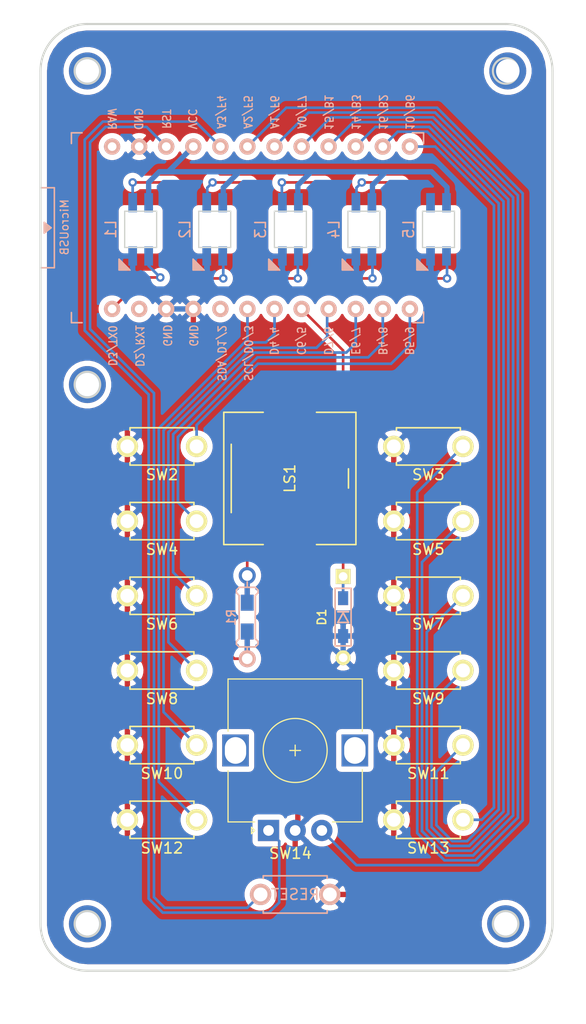
<source format=kicad_pcb>
(kicad_pcb (version 20171130) (host pcbnew 5.1.9)
  (layers (0 F.Cu signal) (31 B.Cu signal) (34 B.Paste user) (35 F.Paste user) (36 B.SilkS user) (37 F.SilkS user) (38 B.Mask user) (39 F.Mask user) (44 Edge.Cuts user))
  (net 0 "")
  (net 1 "Net-(D1-Pad1)")
  (net 2 GND)
  (net 3 LED)
  (net 4 "Net-(L1-Pad2)")
  (net 5 VCC)
  (net 6 "Net-(L2-Pad2)")
  (net 7 "Net-(L3-Pad2)")
  (net 8 "Net-(L4-Pad2)")
  (net 9 RST)
  (net 10 "Net-(SW4-Pad1)")
  (net 11 "Net-(SW5-Pad1)")
  (net 12 "Net-(SW6-Pad1)")
  (net 13 "Net-(SW7-Pad1)")
  (net 14 "Net-(SW8-Pad1)")
  (net 15 "Net-(SW9-Pad1)")
  (net 16 "Net-(SW10-Pad1)")
  (net 17 "Net-(SW11-Pad1)")
  (net 18 "Net-(SW12-Pad1)")
  (net 19 "Net-(SW13-Pad1)")
  (net 20 "Net-(SW14-PadB)")
  (net 21 "Net-(SW14-PadA)")
  (net 22 "Net-(L5-Pad2)")
  (net 23 "Net-(U1-Pad2)")
  (net 24 "Net-(U1-Pad5)")
  (net 25 "Net-(U1-Pad24)")
  (net 26 SPEAKER)
  (net 27 "Net-(SW2-Pad1)")
  (net 28 "Net-(SW3-Pad1)")
  (module swanmatch:M2hole (layer F.Cu) (at 162.249999 101.75)
    (fp_text reference J4 hide)
    (fp_text value Conn_01x01)
    (pad 1 thru_hole circle (at 0 0) (size 3.47 3.47) (drill 2.2) (layers *.Cu *.Mask))
  )
  (module swanmatch:M2hole (layer F.Cu) (at 122.999999 101.75)
    (fp_text reference J4 hide)
    (fp_text value Conn_01x01)
    (pad 1 thru_hole circle (at 0 0) (size 3.47 3.47) (drill 2.2) (layers *.Cu *.Mask))
  )
  (module swanmatch:M2hole (layer F.Cu) (at 162.449999 21.799999)
    (fp_text reference J4 hide)
    (fp_text value Conn_01x01)
    (pad 1 thru_hole circle (at 0 0) (size 3.47 3.47) (drill 2.2) (layers *.Cu *.Mask))
  )
  (module swanmatch:M2hole (layer F.Cu) (at 122.999999 21.799999)
    (fp_text reference J4 hide)
    (fp_text value Conn_01x01)
    (pad 1 thru_hole circle (at 0 0) (size 3.47 3.47) (drill 2.2) (layers *.Cu *.Mask))
  )
  (module swanmatch:M2hole (layer F.Cu) (at 122.999999 51.2)
    (fp_text reference J4 hide)
    (fp_text value Conn_01x01)
    (pad 1 thru_hole circle (at 0 0) (size 3.47 3.47) (drill 2.2) (layers *.Cu *.Mask))
  )
  (module swanmatch:D3_TH_SMD (layer F.Cu) (at 147 73 270)
    (fp_text reference D1 (at 0 2 90) (layer F.SilkS) (effects (font (size 0.8 0.8))))
    (fp_text value D hide)
    (pad 1 smd rect (at -1.775 0 270) (size 1.3 0.95) (layers F.Cu F.Paste F.Mask) (net 1 "Net-(D1-Pad1)"))
    (pad 2 smd rect (at 1.775 0 270) (size 1.3 0.95) (layers B.Cu B.Paste B.Mask) (net 2 GND))
    (pad 1 smd rect (at -1.775 0 270) (size 1.3 0.95) (layers B.Cu B.Paste B.Mask) (net 1 "Net-(D1-Pad1)"))
    (pad 1 thru_hole rect (at -3.81 0 270) (size 1.397 1.397) (drill 0.8128) (layers *.Cu *.Mask F.SilkS) (net 1 "Net-(D1-Pad1)"))
    (pad 2 thru_hole circle (at 3.81 0 270) (size 1.397 1.397) (drill 0.8128) (layers *.Cu *.Mask F.SilkS) (net 2 GND))
    (pad 2 smd rect (at 1.775 0 270) (size 1.3 0.95) (layers F.Cu F.Paste F.Mask) (net 2 GND))
  )
  (module swanmatch:PKLCS1212E4001_HandSoldering (layer F.Cu) (at 142 60 270)
    (fp_text reference LS1 (at 0 0 90) (layer F.SilkS))
    (fp_text value Speaker)
    (pad 2 smd rect (at -6.1 0 270) (size 2.2 4) (layers F.Cu F.Paste F.Mask) (net 2 GND))
    (pad 1 smd rect (at 6.1 0 270) (size 2.2 4) (layers F.Cu F.Paste F.Mask) (net 1 "Net-(D1-Pad1)"))
  )
  (module keebio:Resistor-Hybrid (layer B.Cu) (at 138 73 90)
    (fp_text reference R1 (at -0.0254 -1.5 90) (layer B.SilkS) (effects (font (size 0.8 0.8)) (justify mirror)))
    (fp_text value R hide)
    (pad 2 smd rect (at -2.5 0 90) (size 2.9 0.5) (layers F.Cu) (net 26 SPEAKER))
    (pad 2 smd rect (at -1.35 0 90) (size 1.5 1.2) (layers F.Cu F.Paste F.Mask) (net 26 SPEAKER))
    (pad 1 smd rect (at 1.35 0 90) (size 1.5 1.2) (layers F.Cu F.Paste F.Mask) (net 1 "Net-(D1-Pad1)"))
    (pad 1 smd rect (at 2.5 0 90) (size 2.9 0.5) (layers F.Cu) (net 1 "Net-(D1-Pad1)"))
    (pad 1 smd rect (at 1.35 0 90) (size 1.5 1.2) (layers B.Cu B.Paste B.Mask) (net 1 "Net-(D1-Pad1)"))
    (pad 2 smd rect (at -1.35 0 90) (size 1.5 1.2) (layers B.Cu B.Paste B.Mask) (net 26 SPEAKER))
    (pad 2 thru_hole circle (at -3.9 0 90) (size 1.6 1.6) (drill 1) (layers *.Cu *.Mask B.SilkS) (net 26 SPEAKER))
    (pad 1 thru_hole circle (at 3.9 0 90) (size 1.6 1.6) (drill 1) (layers *.Cu *.Mask) (net 1 "Net-(D1-Pad1)"))
    (pad 2 smd rect (at -2.5 0 90) (size 2.9 0.5) (layers B.Cu) (net 26 SPEAKER))
    (pad 1 smd rect (at 2.5 0 90) (size 2.9 0.5) (layers B.Cu) (net 1 "Net-(D1-Pad1)"))
  )
  (module swanmatch:ResetSW_1side (layer B.Cu) (at 142.5 99 180)
    (fp_text reference SW1 hide)
    (fp_text value SW_PUSH)
    (fp_text user RESET (at 0 0) (layer B.SilkS) (effects (justify mirror)))
    (pad 1 thru_hole circle (at 3.25 0 180) (size 2 2) (drill 1.3) (layers *.Cu B.SilkS F.Mask) (net 9 RST))
    (pad 2 thru_hole circle (at -3.25 0 180) (size 2 2) (drill 1.3) (layers *.Cu B.SilkS F.Mask) (net 2 GND))
  )
  (module Rotary_Encoder:RotaryEncoder_Alps_EC12E_Vertical_H20mm (layer F.Cu) (at 140 93 90)
    (fp_text reference SW14 (at -2.15 2.05 180) (layer F.SilkS))
    (fp_text value Rotary_Encoder)
    (pad MP thru_hole rect (at 7.5 8.1 90) (size 3 2.5) (drill oval 2.5 2) (layers *.Cu *.Mask))
    (pad MP thru_hole rect (at 7.5 -3.1 90) (size 3 2.5) (drill oval 2.5 2) (layers *.Cu *.Mask))
    (pad B thru_hole circle (at 0 5 90) (size 2 2) (drill 1) (layers *.Cu *.Mask) (net 20 "Net-(SW14-PadB)"))
    (pad C thru_hole circle (at 0 2.5 90) (size 2 2) (drill 1) (layers *.Cu *.Mask) (net 2 GND))
    (pad A thru_hole rect (at 0 0 90) (size 2 2) (drill 1) (layers *.Cu *.Mask) (net 21 "Net-(SW14-PadA)"))
  )
  (module swanmatch:ProMicro_v3.5 (layer B.Cu) (at 139.8 36.5 270)
    (fp_text reference U1 hide)
    (fp_text value ProMicro hide)
    (fp_text user MicroUSB (at -0.05 18.95 90) (layer B.SilkS) (effects (font (size 0.75 0.75) (thickness 0.12)) (justify mirror)))
    (fp_text user B4/8 (at 10.605 -10.9 270 unlocked) (layer B.SilkS) (effects (font (size 0.75 0.67) (thickness 0.125)) (justify mirror)))
    (fp_text user D2/RX1 (at 11.055 11.9 270 unlocked) (layer B.SilkS) (effects (font (size 0.75 0.67) (thickness 0.125)) (justify mirror)))
    (fp_text user B5/9 (at 10.605 -13.4 270 unlocked) (layer B.SilkS) (effects (font (size 0.75 0.67) (thickness 0.125)) (justify mirror)))
    (fp_text user C6/5 (at 10.605 -3.25 270 unlocked) (layer B.SilkS) (effects (font (size 0.75 0.67) (thickness 0.125)) (justify mirror)))
    (fp_text user SCL/D0/3 (at 11.755 1.7 270 unlocked) (layer B.SilkS) (effects (font (size 0.75 0.67) (thickness 0.125)) (justify mirror)))
    (fp_text user SDA/D1/2 (at 11.755 4.2 270 unlocked) (layer B.SilkS) (effects (font (size 0.75 0.67) (thickness 0.125)) (justify mirror)))
    (fp_text user D4/4 (at 10.605 -0.7 270 unlocked) (layer B.SilkS) (effects (font (size 0.75 0.67) (thickness 0.125)) (justify mirror)))
    (fp_text user D3/TX0 (at 11.055 14.45 270 unlocked) (layer B.SilkS) (effects (font (size 0.75 0.67) (thickness 0.125)) (justify mirror)))
    (fp_text user GND (at 10.105 6.85 270 unlocked) (layer B.SilkS) (effects (font (size 0.75 0.67) (thickness 0.125)) (justify mirror)))
    (fp_text user GND (at 10.105 9.3 270 unlocked) (layer B.SilkS) (effects (font (size 0.75 0.67) (thickness 0.125)) (justify mirror)))
    (fp_text user D7/6 (at 10.605 -5.8 270 unlocked) (layer B.SilkS) (effects (font (size 0.75 0.67) (thickness 0.125)) (justify mirror)))
    (fp_text user E6/7 (at 10.605 -8.35 270 unlocked) (layer B.SilkS) (effects (font (size 0.75 0.67) (thickness 0.125)) (justify mirror)))
    (fp_text user 16/B2 (at -10.845 -10.95 270 unlocked) (layer B.SilkS) (effects (font (size 0.75 0.67) (thickness 0.125)) (justify mirror)))
    (fp_text user 10/B6 (at -10.845 -13.45 270 unlocked) (layer B.SilkS) (effects (font (size 0.75 0.67) (thickness 0.125)) (justify mirror)))
    (fp_text user 14/B3 (at -10.845 -8.4 270 unlocked) (layer B.SilkS) (effects (font (size 0.75 0.67) (thickness 0.125)) (justify mirror)))
    (fp_text user 15/B1 (at -10.845 -5.85 270 unlocked) (layer B.SilkS) (effects (font (size 0.75 0.67) (thickness 0.125)) (justify mirror)))
    (fp_text user A0/F7 (at -10.845 -3.3 270 unlocked) (layer B.SilkS) (effects (font (size 0.75 0.67) (thickness 0.125)) (justify mirror)))
    (fp_text user A1/F6 (at -10.845 -0.75 270 unlocked) (layer B.SilkS) (effects (font (size 0.75 0.67) (thickness 0.125)) (justify mirror)))
    (fp_text user A2/F5 (at -10.845 1.75 270 unlocked) (layer B.SilkS) (effects (font (size 0.75 0.67) (thickness 0.125)) (justify mirror)))
    (fp_text user A3/F4 (at -10.845 4.25 270 unlocked) (layer B.SilkS) (effects (font (size 0.75 0.67) (thickness 0.125)) (justify mirror)))
    (fp_text user VCC (at -10.195 6.95 270 unlocked) (layer B.SilkS) (effects (font (size 0.75 0.67) (thickness 0.125)) (justify mirror)))
    (fp_text user RST (at -10.195 9.4 270 unlocked) (layer B.SilkS) (effects (font (size 0.75 0.67) (thickness 0.125)) (justify mirror)))
    (fp_text user GND (at -10.195 11.95 90 unlocked) (layer B.SilkS) (effects (font (size 0.75 0.67) (thickness 0.125)) (justify mirror)))
    (fp_text user RAW (at -10.195 14.5 270 unlocked) (layer B.SilkS) (effects (font (size 0.75 0.67) (thickness 0.125)) (justify mirror)))
    (fp_text user "" (at -0.545 17.4 90) (layer B.SilkS) (effects (justify mirror)))
    (fp_text user "" (at -1.2515 16.256 90) (layer F.SilkS))
    (pad 1 thru_hole circle (at 7.6114 14.478 270) (size 1.524 1.524) (drill 0.8128) (layers *.Cu B.SilkS F.Mask) (net 3 LED))
    (pad 2 thru_hole circle (at 7.6114 11.938 270) (size 1.524 1.524) (drill 0.8128) (layers *.Cu B.SilkS F.Mask) (net 23 "Net-(U1-Pad2)"))
    (pad 3 thru_hole circle (at 7.6114 9.398 270) (size 1.524 1.524) (drill 0.8128) (layers *.Cu B.SilkS F.Mask) (net 2 GND))
    (pad 4 thru_hole circle (at 7.6114 6.858 270) (size 1.524 1.524) (drill 0.8128) (layers *.Cu B.SilkS F.Mask) (net 2 GND))
    (pad 5 thru_hole circle (at 7.6114 4.318 270) (size 1.524 1.524) (drill 0.8128) (layers *.Cu B.SilkS F.Mask) (net 24 "Net-(U1-Pad5)"))
    (pad 6 thru_hole circle (at 7.6114 1.778 270) (size 1.524 1.524) (drill 0.8128) (layers *.Cu B.SilkS F.Mask) (net 18 "Net-(SW12-Pad1)"))
    (pad 7 thru_hole circle (at 7.6114 -0.762 270) (size 1.524 1.524) (drill 0.8128) (layers *.Cu B.SilkS F.Mask) (net 16 "Net-(SW10-Pad1)"))
    (pad 8 thru_hole circle (at 7.6114 -3.302 270) (size 1.524 1.524) (drill 0.8128) (layers *.Cu B.SilkS F.Mask) (net 26 SPEAKER))
    (pad 9 thru_hole circle (at 7.6114 -5.842 270) (size 1.524 1.524) (drill 0.8128) (layers *.Cu B.SilkS F.Mask) (net 14 "Net-(SW8-Pad1)"))
    (pad 10 thru_hole circle (at 7.6114 -8.382 270) (size 1.524 1.524) (drill 0.8128) (layers *.Cu B.SilkS F.Mask) (net 12 "Net-(SW6-Pad1)"))
    (pad 11 thru_hole circle (at 7.6114 -10.922 270) (size 1.524 1.524) (drill 0.8128) (layers *.Cu B.SilkS F.Mask) (net 10 "Net-(SW4-Pad1)"))
    (pad 12 thru_hole circle (at 7.6114 -13.462 270) (size 1.524 1.524) (drill 0.8128) (layers *.Cu B.SilkS F.Mask) (net 27 "Net-(SW2-Pad1)"))
    (pad 13 thru_hole circle (at -7.6086 -13.462 270) (size 1.524 1.524) (drill 0.8128) (layers *.Cu B.SilkS F.Mask) (net 19 "Net-(SW13-Pad1)"))
    (pad 14 thru_hole circle (at -7.6086 -10.922 270) (size 1.524 1.524) (drill 0.8128) (layers *.Cu B.SilkS F.Mask) (net 17 "Net-(SW11-Pad1)"))
    (pad 15 thru_hole circle (at -7.6086 -8.382 270) (size 1.524 1.524) (drill 0.8128) (layers *.Cu B.SilkS F.Mask) (net 15 "Net-(SW9-Pad1)"))
    (pad 16 thru_hole circle (at -7.6086 -5.842 270) (size 1.524 1.524) (drill 0.8128) (layers *.Cu B.SilkS F.Mask) (net 13 "Net-(SW7-Pad1)"))
    (pad 17 thru_hole circle (at -7.6086 -3.302 270) (size 1.524 1.524) (drill 0.8128) (layers *.Cu B.SilkS F.Mask) (net 11 "Net-(SW5-Pad1)"))
    (pad 18 thru_hole circle (at -7.6086 -0.762 270) (size 1.524 1.524) (drill 0.8128) (layers *.Cu B.SilkS F.Mask) (net 28 "Net-(SW3-Pad1)"))
    (pad 19 thru_hole circle (at -7.6086 1.778 270) (size 1.524 1.524) (drill 0.8128) (layers *.Cu B.SilkS F.Mask) (net 20 "Net-(SW14-PadB)"))
    (pad 20 thru_hole circle (at -7.6086 4.318 270) (size 1.524 1.524) (drill 0.8128) (layers *.Cu B.SilkS F.Mask) (net 21 "Net-(SW14-PadA)"))
    (pad 21 thru_hole circle (at -7.6086 6.858 270) (size 1.524 1.524) (drill 0.8128) (layers *.Cu B.SilkS F.Mask) (net 5 VCC))
    (pad 22 thru_hole circle (at -7.6086 9.398 270) (size 1.524 1.524) (drill 0.8128) (layers *.Cu B.SilkS F.Mask) (net 9 RST))
    (pad 23 thru_hole circle (at -7.6086 11.938 270) (size 1.524 1.524) (drill 0.8128) (layers *.Cu B.SilkS F.Mask) (net 2 GND))
    (pad 24 thru_hole circle (at -7.6086 14.478 270) (size 1.524 1.524) (drill 0.8128) (layers *.Cu B.SilkS F.Mask) (net 25 "Net-(U1-Pad24)"))
  )
  (module mikamo3:TactSwitch_1side (layer F.Cu) (at 130 57)
    (fp_text reference SW2 (at 0 2.65) (layer F.SilkS))
    (fp_text value SW_PUSH)
    (pad 1 thru_hole circle (at 3.25 0) (size 2 2) (drill 1.3) (layers *.Cu F.SilkS B.Mask) (net 27 "Net-(SW2-Pad1)"))
    (pad 2 thru_hole circle (at -3.25 0) (size 2 2) (drill 1.3) (layers *.Cu F.SilkS B.Mask) (net 2 GND))
  )
  (module mikamo3:TactSwitch_1side (layer F.Cu) (at 155 57)
    (fp_text reference SW3 (at 0 2.65) (layer F.SilkS))
    (fp_text value SW_PUSH)
    (pad 2 thru_hole circle (at -3.25 0) (size 2 2) (drill 1.3) (layers *.Cu F.SilkS B.Mask) (net 2 GND))
    (pad 1 thru_hole circle (at 3.25 0) (size 2 2) (drill 1.3) (layers *.Cu F.SilkS B.Mask) (net 28 "Net-(SW3-Pad1)"))
  )
  (module mikamo3:TactSwitch_1side (layer F.Cu) (at 130 64)
    (fp_text reference SW4 (at 0 2.65) (layer F.SilkS))
    (fp_text value SW_PUSH)
    (pad 1 thru_hole circle (at 3.25 0) (size 2 2) (drill 1.3) (layers *.Cu F.SilkS B.Mask) (net 10 "Net-(SW4-Pad1)"))
    (pad 2 thru_hole circle (at -3.25 0) (size 2 2) (drill 1.3) (layers *.Cu F.SilkS B.Mask) (net 2 GND))
  )
  (module mikamo3:TactSwitch_1side (layer F.Cu) (at 155 64)
    (fp_text reference SW5 (at 0 2.65) (layer F.SilkS))
    (fp_text value SW_PUSH)
    (pad 2 thru_hole circle (at -3.25 0) (size 2 2) (drill 1.3) (layers *.Cu F.SilkS B.Mask) (net 2 GND))
    (pad 1 thru_hole circle (at 3.25 0) (size 2 2) (drill 1.3) (layers *.Cu F.SilkS B.Mask) (net 11 "Net-(SW5-Pad1)"))
  )
  (module mikamo3:TactSwitch_1side (layer F.Cu) (at 130 71)
    (fp_text reference SW6 (at 0 2.65) (layer F.SilkS))
    (fp_text value SW_PUSH)
    (pad 1 thru_hole circle (at 3.25 0) (size 2 2) (drill 1.3) (layers *.Cu F.SilkS B.Mask) (net 12 "Net-(SW6-Pad1)"))
    (pad 2 thru_hole circle (at -3.25 0) (size 2 2) (drill 1.3) (layers *.Cu F.SilkS B.Mask) (net 2 GND))
  )
  (module mikamo3:TactSwitch_1side (layer F.Cu) (at 155 71)
    (fp_text reference SW7 (at 0 2.65) (layer F.SilkS))
    (fp_text value SW_PUSH)
    (pad 2 thru_hole circle (at -3.25 0) (size 2 2) (drill 1.3) (layers *.Cu F.SilkS B.Mask) (net 2 GND))
    (pad 1 thru_hole circle (at 3.25 0) (size 2 2) (drill 1.3) (layers *.Cu F.SilkS B.Mask) (net 13 "Net-(SW7-Pad1)"))
  )
  (module mikamo3:TactSwitch_1side (layer F.Cu) (at 130 78)
    (fp_text reference SW8 (at 0 2.65) (layer F.SilkS))
    (fp_text value SW_PUSH)
    (pad 1 thru_hole circle (at 3.25 0) (size 2 2) (drill 1.3) (layers *.Cu F.SilkS B.Mask) (net 14 "Net-(SW8-Pad1)"))
    (pad 2 thru_hole circle (at -3.25 0) (size 2 2) (drill 1.3) (layers *.Cu F.SilkS B.Mask) (net 2 GND))
  )
  (module mikamo3:TactSwitch_1side (layer F.Cu) (at 155 78)
    (fp_text reference SW9 (at 0 2.65) (layer F.SilkS))
    (fp_text value SW_PUSH)
    (pad 2 thru_hole circle (at -3.25 0) (size 2 2) (drill 1.3) (layers *.Cu F.SilkS B.Mask) (net 2 GND))
    (pad 1 thru_hole circle (at 3.25 0) (size 2 2) (drill 1.3) (layers *.Cu F.SilkS B.Mask) (net 15 "Net-(SW9-Pad1)"))
  )
  (module mikamo3:TactSwitch_1side (layer F.Cu) (at 130 85)
    (fp_text reference SW10 (at 0 2.65) (layer F.SilkS))
    (fp_text value SW_PUSH)
    (pad 1 thru_hole circle (at 3.25 0) (size 2 2) (drill 1.3) (layers *.Cu F.SilkS B.Mask) (net 16 "Net-(SW10-Pad1)"))
    (pad 2 thru_hole circle (at -3.25 0) (size 2 2) (drill 1.3) (layers *.Cu F.SilkS B.Mask) (net 2 GND))
  )
  (module mikamo3:TactSwitch_1side (layer F.Cu) (at 155 85)
    (fp_text reference SW11 (at 0 2.65) (layer F.SilkS))
    (fp_text value SW_PUSH)
    (pad 2 thru_hole circle (at -3.25 0) (size 2 2) (drill 1.3) (layers *.Cu F.SilkS B.Mask) (net 2 GND))
    (pad 1 thru_hole circle (at 3.25 0) (size 2 2) (drill 1.3) (layers *.Cu F.SilkS B.Mask) (net 17 "Net-(SW11-Pad1)"))
  )
  (module mikamo3:TactSwitch_1side (layer F.Cu) (at 130 92)
    (fp_text reference SW12 (at 0 2.65) (layer F.SilkS))
    (fp_text value SW_PUSH)
    (pad 1 thru_hole circle (at 3.25 0) (size 2 2) (drill 1.3) (layers *.Cu F.SilkS B.Mask) (net 18 "Net-(SW12-Pad1)"))
    (pad 2 thru_hole circle (at -3.25 0) (size 2 2) (drill 1.3) (layers *.Cu F.SilkS B.Mask) (net 2 GND))
  )
  (module mikamo3:TactSwitch_1side (layer F.Cu) (at 155 92)
    (fp_text reference SW13 (at 0 2.65) (layer F.SilkS))
    (fp_text value SW_PUSH)
    (pad 2 thru_hole circle (at -3.25 0) (size 2 2) (drill 1.3) (layers *.Cu F.SilkS B.Mask) (net 2 GND))
    (pad 1 thru_hole circle (at 3.25 0) (size 2 2) (drill 1.3) (layers *.Cu F.SilkS B.Mask) (net 19 "Net-(SW13-Pad1)"))
  )
  (module swanmatch:YS-SK6812MINI-E (layer B.Cu) (at 127.999999 36.65 90)
    (fp_text reference L1 (at 0 -2.8 270) (layer B.SilkS) (effects (justify mirror)))
    (fp_text value SK6812MINI-E)
    (fp_line (start -1.7 1.5) (end -1.7 -1.5) (layer Edge.Cuts) (width 0.12))
    (fp_line (start -1.7 -1.5) (end 1.7 -1.5) (layer Edge.Cuts) (width 0.12))
    (fp_line (start 1.7 -1.5) (end 1.7 1.5) (layer Edge.Cuts) (width 0.12))
    (fp_line (start 1.7 1.5) (end -1.7 1.5) (layer Edge.Cuts) (width 0.12))
    (pad 4 smd rect (at -2.5 0.75 90) (size 1.8 0.82) (layers B.Cu B.Paste B.Mask) (net 3 LED))
    (pad 3 smd rect (at -2.5 -0.75 90) (size 1.8 0.82) (layers B.Cu B.Paste B.Mask) (net 2 GND))
    (pad 2 smd rect (at 2.5 -0.75 90) (size 1.8 0.82) (layers B.Cu B.Paste B.Mask) (net 4 "Net-(L1-Pad2)"))
    (pad 1 smd rect (at 2.5 0.75 90) (size 1.8 0.82) (layers B.Cu B.Paste B.Mask) (net 5 VCC))
  )
  (module swanmatch:YS-SK6812MINI-E (layer B.Cu) (at 134.949999 36.65 90)
    (fp_text reference L2 (at 0 -2.8 270) (layer B.SilkS) (effects (justify mirror)))
    (fp_text value SK6812MINI-E)
    (fp_line (start 1.7 1.5) (end -1.7 1.5) (layer Edge.Cuts) (width 0.12))
    (fp_line (start 1.7 -1.5) (end 1.7 1.5) (layer Edge.Cuts) (width 0.12))
    (fp_line (start -1.7 -1.5) (end 1.7 -1.5) (layer Edge.Cuts) (width 0.12))
    (fp_line (start -1.7 1.5) (end -1.7 -1.5) (layer Edge.Cuts) (width 0.12))
    (pad 1 smd rect (at 2.5 0.75 90) (size 1.8 0.82) (layers B.Cu B.Paste B.Mask) (net 5 VCC))
    (pad 2 smd rect (at 2.5 -0.75 90) (size 1.8 0.82) (layers B.Cu B.Paste B.Mask) (net 6 "Net-(L2-Pad2)"))
    (pad 3 smd rect (at -2.5 -0.75 90) (size 1.8 0.82) (layers B.Cu B.Paste B.Mask) (net 2 GND))
    (pad 4 smd rect (at -2.5 0.75 90) (size 1.8 0.82) (layers B.Cu B.Paste B.Mask) (net 4 "Net-(L1-Pad2)"))
  )
  (module swanmatch:YS-SK6812MINI-E (layer B.Cu) (at 142.049999 36.65 90)
    (fp_text reference L3 (at 0 -2.8 90) (layer B.SilkS) (effects (justify mirror)))
    (fp_text value SK6812MINI-E)
    (fp_line (start -1.7 1.5) (end -1.7 -1.5) (layer Edge.Cuts) (width 0.12))
    (fp_line (start -1.7 -1.5) (end 1.7 -1.5) (layer Edge.Cuts) (width 0.12))
    (fp_line (start 1.7 -1.5) (end 1.7 1.5) (layer Edge.Cuts) (width 0.12))
    (fp_line (start 1.7 1.5) (end -1.7 1.5) (layer Edge.Cuts) (width 0.12))
    (pad 4 smd rect (at -2.5 0.75 90) (size 1.8 0.82) (layers B.Cu B.Paste B.Mask) (net 6 "Net-(L2-Pad2)"))
    (pad 3 smd rect (at -2.5 -0.75 90) (size 1.8 0.82) (layers B.Cu B.Paste B.Mask) (net 2 GND))
    (pad 2 smd rect (at 2.5 -0.75 90) (size 1.8 0.82) (layers B.Cu B.Paste B.Mask) (net 7 "Net-(L3-Pad2)"))
    (pad 1 smd rect (at 2.5 0.75 90) (size 1.8 0.82) (layers B.Cu B.Paste B.Mask) (net 5 VCC))
  )
  (module swanmatch:YS-SK6812MINI-E (layer B.Cu) (at 148.949999 36.65 90)
    (fp_text reference L4 (at 0 -2.8 90) (layer B.SilkS) (effects (justify mirror)))
    (fp_text value SK6812MINI-E)
    (fp_line (start -1.7 1.5) (end -1.7 -1.5) (layer Edge.Cuts) (width 0.12))
    (fp_line (start -1.7 -1.5) (end 1.7 -1.5) (layer Edge.Cuts) (width 0.12))
    (fp_line (start 1.7 -1.5) (end 1.7 1.5) (layer Edge.Cuts) (width 0.12))
    (fp_line (start 1.7 1.5) (end -1.7 1.5) (layer Edge.Cuts) (width 0.12))
    (pad 4 smd rect (at -2.5 0.75 90) (size 1.8 0.82) (layers B.Cu B.Paste B.Mask) (net 7 "Net-(L3-Pad2)"))
    (pad 3 smd rect (at -2.5 -0.75 90) (size 1.8 0.82) (layers B.Cu B.Paste B.Mask) (net 2 GND))
    (pad 2 smd rect (at 2.5 -0.75 90) (size 1.8 0.82) (layers B.Cu B.Paste B.Mask) (net 8 "Net-(L4-Pad2)"))
    (pad 1 smd rect (at 2.5 0.75 90) (size 1.8 0.82) (layers B.Cu B.Paste B.Mask) (net 5 VCC))
  )
  (module swanmatch:YS-SK6812MINI-E (layer B.Cu) (at 155.949999 36.65 90)
    (fp_text reference L5 (at 0 -2.8 90) (layer B.SilkS) (effects (justify mirror)))
    (fp_text value SK6812MINI-E)
    (fp_line (start 1.7 1.5) (end -1.7 1.5) (layer Edge.Cuts) (width 0.12))
    (fp_line (start 1.7 -1.5) (end 1.7 1.5) (layer Edge.Cuts) (width 0.12))
    (fp_line (start -1.7 -1.5) (end 1.7 -1.5) (layer Edge.Cuts) (width 0.12))
    (fp_line (start -1.7 1.5) (end -1.7 -1.5) (layer Edge.Cuts) (width 0.12))
    (pad 1 smd rect (at 2.5 0.75 90) (size 1.8 0.82) (layers B.Cu B.Paste B.Mask) (net 5 VCC))
    (pad 2 smd rect (at 2.5 -0.75 90) (size 1.8 0.82) (layers B.Cu B.Paste B.Mask) (net 22 "Net-(L5-Pad2)"))
    (pad 3 smd rect (at -2.5 -0.75 90) (size 1.8 0.82) (layers B.Cu B.Paste B.Mask) (net 2 GND))
    (pad 4 smd rect (at -2.5 0.75 90) (size 1.8 0.82) (layers B.Cu B.Paste B.Mask) (net 8 "Net-(L4-Pad2)"))
  )
  (gr_circle (center 162.249999 21.8) (end 163.449999 21.8) (layer Edge.Cuts) (width 0.2))
  (gr_circle (center 122.999999 21.799999) (end 124.199999 21.799999) (layer Edge.Cuts) (width 0.2))
  (gr_circle (center 123 51.2) (end 124.2 51.2) (layer Edge.Cuts) (width 0.2))
  (gr_circle (center 123 101.75) (end 124.2 101.75) (layer Edge.Cuts) (width 0.2))
  (gr_circle (center 162.249999 101.75) (end 163.449999 101.75) (layer Edge.Cuts) (width 0.2))
  (gr_line (start 118.6 101.75) (end 118.6 21.799999) (layer Edge.Cuts) (width 0.2))
  (gr_arc (start 122.999999 101.75) (end 118.6 101.75) (angle -90) (layer Edge.Cuts) (width 0.2))
  (gr_line (start 162.25 106.15) (end 123 106.15) (layer Edge.Cuts) (width 0.2))
  (gr_arc (start 162.25 101.75) (end 162.25 106.15) (angle -90) (layer Edge.Cuts) (width 0.2))
  (gr_line (start 166.65 21.8) (end 166.649999 101.75) (layer Edge.Cuts) (width 0.2))
  (gr_arc (start 162.25 21.8) (end 166.65 21.8) (angle -90) (layer Edge.Cuts) (width 0.2))
  (gr_line (start 123 17.4) (end 162.25 17.4) (layer Edge.Cuts) (width 0.2))
  (gr_arc (start 122.999999 21.799999) (end 123 17.4) (angle -90) (layer Edge.Cuts) (width 0.2))
  (segment (start 147 71.225) (end 147 69.19) (width 0.25) (layer F.Cu) (net 1))
  (segment (start 147 71.225) (end 147 69.19) (width 0.25) (layer B.Cu) (net 1))
  (segment (start 147 67.000001) (end 147 69.19) (width 0.25) (layer F.Cu) (net 1))
  (segment (start 146.099999 66.1) (end 147 67.000001) (width 0.25) (layer F.Cu) (net 1))
  (segment (start 142 66.1) (end 146.099999 66.1) (width 0.25) (layer F.Cu) (net 1))
  (segment (start 138.899999 66.1) (end 138 66.999999) (width 0.25) (layer F.Cu) (net 1))
  (segment (start 142 66.1) (end 138.899999 66.1) (width 0.25) (layer F.Cu) (net 1))
  (segment (start 138 66.999999) (end 138 69.1) (width 0.25) (layer F.Cu) (net 1))
  (segment (start 148.25 40.749999) (end 146.749999 42.25) (width 0.5) (layer B.Cu) (net 2))
  (segment (start 148.25 39.15) (end 148.25 40.749999) (width 0.5) (layer B.Cu) (net 2))
  (segment (start 141.25 40.749999) (end 139.749999 42.25) (width 0.5) (layer B.Cu) (net 2))
  (segment (start 141.25 39.15) (end 141.25 40.749999) (width 0.5) (layer B.Cu) (net 2))
  (segment (start 139.749999 42.25) (end 146.749999 42.25) (width 0.5) (layer B.Cu) (net 2))
  (segment (start 134.25 41.249999) (end 133.249999 42.25) (width 0.5) (layer B.Cu) (net 2))
  (segment (start 134.25 39.15) (end 134.25 41.249999) (width 0.5) (layer B.Cu) (net 2))
  (segment (start 133.249999 42.25) (end 139.749999 42.25) (width 0.5) (layer B.Cu) (net 2))
  (segment (start 132.942 44.1114) (end 130.402 44.1114) (width 0.5) (layer B.Cu) (net 2))
  (segment (start 132.942 51.442001) (end 132.942 44.1114) (width 0.5) (layer F.Cu) (net 2))
  (segment (start 135.399999 53.9) (end 132.942 51.442001) (width 0.5) (layer F.Cu) (net 2))
  (segment (start 142 53.9) (end 135.399999 53.9) (width 0.5) (layer F.Cu) (net 2))
  (segment (start 126.75 57) (end 126.75 64) (width 0.5) (layer F.Cu) (net 2))
  (segment (start 126.75 64) (end 126.75 92) (width 0.5) (layer F.Cu) (net 2))
  (segment (start 151.75 92) (end 151.75 57) (width 0.5) (layer F.Cu) (net 2))
  (segment (start 142.5 95.75) (end 145.75 99) (width 0.5) (layer F.Cu) (net 2))
  (segment (start 142.5 93) (end 142.5 95.75) (width 0.5) (layer F.Cu) (net 2))
  (segment (start 142.749999 92.750001) (end 142.5 93) (width 0.5) (layer F.Cu) (net 2))
  (segment (start 142.749999 81.060001) (end 142.749999 92.750001) (width 0.5) (layer F.Cu) (net 2))
  (segment (start 147 76.81) (end 142.749999 81.060001) (width 0.5) (layer F.Cu) (net 2))
  (segment (start 126.75 47.7634) (end 130.402 44.1114) (width 0.5) (layer F.Cu) (net 2))
  (segment (start 126.75 57) (end 126.75 47.7634) (width 0.5) (layer F.Cu) (net 2))
  (segment (start 125.249999 31.503401) (end 127.862 28.8914) (width 0.5) (layer B.Cu) (net 2))
  (segment (start 125.249999 38.55) (end 125.249999 31.503401) (width 0.5) (layer B.Cu) (net 2))
  (segment (start 125.849999 39.15) (end 125.249999 38.55) (width 0.5) (layer B.Cu) (net 2))
  (segment (start 127.25 39.15) (end 125.849999 39.15) (width 0.5) (layer B.Cu) (net 2))
  (segment (start 147 74.775) (end 147 76.81) (width 0.5) (layer B.Cu) (net 2))
  (segment (start 151.75 97.499999) (end 151.75 92) (width 0.5) (layer F.Cu) (net 2))
  (segment (start 150.249999 99) (end 151.75 97.499999) (width 0.5) (layer F.Cu) (net 2))
  (segment (start 145.75 99) (end 150.249999 99) (width 0.5) (layer F.Cu) (net 2))
  (segment (start 155.25 40.999999) (end 155.25 39.15) (width 0.5) (layer B.Cu) (net 2))
  (segment (start 153.999999 42.25) (end 155.25 40.999999) (width 0.5) (layer B.Cu) (net 2))
  (segment (start 146.749999 42.25) (end 153.999999 42.25) (width 0.5) (layer B.Cu) (net 2))
  (segment (start 128.249999 42.25) (end 133.249999 42.25) (width 0.5) (layer B.Cu) (net 2))
  (segment (start 127.25 41.250001) (end 128.249999 42.25) (width 0.5) (layer B.Cu) (net 2))
  (segment (start 127.25 39.15) (end 127.25 41.250001) (width 0.5) (layer B.Cu) (net 2))
  (segment (start 142.75 96) (end 145.75 99) (width 0.5) (layer F.Cu) (net 2))
  (segment (start 127.499999 96) (end 142.75 96) (width 0.5) (layer F.Cu) (net 2))
  (segment (start 126.75 95.250001) (end 127.499999 96) (width 0.5) (layer F.Cu) (net 2))
  (segment (start 126.75 92) (end 126.75 95.250001) (width 0.5) (layer F.Cu) (net 2))
  (via (at 129.84104 41.158959) (size 0.8) (drill 0.4) (layers F.Cu B.Cu) (net 3))
  (segment (start 128.75 40.067919) (end 129.84104 41.158959) (width 0.25) (layer B.Cu) (net 3))
  (segment (start 128.75 39.15) (end 128.75 40.067919) (width 0.25) (layer B.Cu) (net 3))
  (segment (start 128.274441 41.158959) (end 125.322 44.1114) (width 0.25) (layer F.Cu) (net 3))
  (segment (start 129.84104 41.158959) (end 128.274441 41.158959) (width 0.25) (layer F.Cu) (net 3))
  (via (at 127.249999 32.25) (size 0.8) (drill 0.4) (layers F.Cu B.Cu) (net 4))
  (segment (start 127.25 32.250001) (end 127.249999 32.25) (width 0.25) (layer B.Cu) (net 4))
  (segment (start 127.25 34.15) (end 127.25 32.250001) (width 0.25) (layer B.Cu) (net 4))
  (via (at 135.749999 41.25) (size 0.8) (drill 0.4) (layers F.Cu B.Cu) (net 4))
  (segment (start 135.749999 39.150001) (end 135.75 39.15) (width 0.25) (layer B.Cu) (net 4))
  (segment (start 135.749999 41.25) (end 135.749999 39.150001) (width 0.25) (layer B.Cu) (net 4))
  (segment (start 132.499999 41.25) (end 135.749999 41.25) (width 0.25) (layer F.Cu) (net 4))
  (segment (start 131.749999 40.5) (end 132.499999 41.25) (width 0.25) (layer F.Cu) (net 4))
  (segment (start 131.749999 33) (end 131.749999 40.5) (width 0.25) (layer F.Cu) (net 4))
  (segment (start 130.999999 32.25) (end 131.749999 33) (width 0.25) (layer F.Cu) (net 4))
  (segment (start 127.249999 32.25) (end 130.999999 32.25) (width 0.25) (layer F.Cu) (net 4))
  (segment (start 128.75 32.249999) (end 128.75 34.15) (width 0.5) (layer B.Cu) (net 5))
  (segment (start 129.749999 31.25) (end 128.75 32.249999) (width 0.5) (layer B.Cu) (net 5))
  (segment (start 156.75 32.705001) (end 155.294999 31.25) (width 0.5) (layer B.Cu) (net 5))
  (segment (start 156.75 34.15) (end 156.75 32.705001) (width 0.5) (layer B.Cu) (net 5))
  (segment (start 155.294999 31.25) (end 151.249999 31.25) (width 0.5) (layer B.Cu) (net 5))
  (segment (start 151.249999 31.25) (end 145.749999 31.25) (width 0.5) (layer B.Cu) (net 5))
  (segment (start 137.749999 31.25) (end 129.749999 31.25) (width 0.5) (layer B.Cu) (net 5))
  (segment (start 145.749999 31.25) (end 137.749999 31.25) (width 0.5) (layer B.Cu) (net 5))
  (segment (start 130.5834 31.25) (end 129.749999 31.25) (width 0.5) (layer B.Cu) (net 5))
  (segment (start 132.942 28.8914) (end 130.5834 31.25) (width 0.5) (layer B.Cu) (net 5))
  (segment (start 143.999999 31.25) (end 145.749999 31.25) (width 0.5) (layer B.Cu) (net 5))
  (segment (start 142.75 32.499999) (end 143.999999 31.25) (width 0.5) (layer B.Cu) (net 5))
  (segment (start 142.75 34.15) (end 142.75 32.499999) (width 0.5) (layer B.Cu) (net 5))
  (segment (start 150.999999 31.25) (end 151.249999 31.25) (width 0.5) (layer B.Cu) (net 5))
  (segment (start 149.75 32.499999) (end 150.999999 31.25) (width 0.5) (layer B.Cu) (net 5))
  (segment (start 149.75 34.15) (end 149.75 32.499999) (width 0.5) (layer B.Cu) (net 5))
  (segment (start 137.249999 31.25) (end 137.749999 31.25) (width 0.5) (layer B.Cu) (net 5))
  (segment (start 135.75 32.749999) (end 137.249999 31.25) (width 0.5) (layer B.Cu) (net 5))
  (segment (start 135.75 34.15) (end 135.75 32.749999) (width 0.5) (layer B.Cu) (net 5))
  (via (at 134.749999 32.25) (size 0.8) (drill 0.4) (layers F.Cu B.Cu) (net 6))
  (segment (start 134.25 32.749999) (end 134.749999 32.25) (width 0.25) (layer B.Cu) (net 6))
  (segment (start 134.25 34.15) (end 134.25 32.749999) (width 0.25) (layer B.Cu) (net 6))
  (via (at 142.749999 41.25) (size 0.8) (drill 0.4) (layers F.Cu B.Cu) (net 6))
  (segment (start 142.749999 39.150001) (end 142.75 39.15) (width 0.25) (layer B.Cu) (net 6))
  (segment (start 142.749999 41.25) (end 142.749999 39.150001) (width 0.25) (layer B.Cu) (net 6))
  (segment (start 139.749999 41.25) (end 142.749999 41.25) (width 0.25) (layer F.Cu) (net 6))
  (segment (start 138.999999 40.5) (end 139.749999 41.25) (width 0.25) (layer F.Cu) (net 6))
  (segment (start 138.999999 33) (end 138.999999 40.5) (width 0.25) (layer F.Cu) (net 6))
  (segment (start 138.249999 32.25) (end 138.999999 33) (width 0.25) (layer F.Cu) (net 6))
  (segment (start 134.749999 32.25) (end 138.249999 32.25) (width 0.25) (layer F.Cu) (net 6))
  (via (at 149.749999 41.25) (size 0.8) (drill 0.4) (layers F.Cu B.Cu) (net 7))
  (segment (start 149.749999 39.150001) (end 149.75 39.15) (width 0.25) (layer B.Cu) (net 7))
  (segment (start 149.749999 41.25) (end 149.749999 39.150001) (width 0.25) (layer B.Cu) (net 7))
  (segment (start 141.249999 32.815685) (end 141.249999 32.25) (width 0.25) (layer B.Cu) (net 7))
  (segment (start 141.25 34.15) (end 141.249999 32.815685) (width 0.25) (layer B.Cu) (net 7))
  (via (at 141.249999 32.25) (size 0.8) (drill 0.4) (layers F.Cu B.Cu) (net 7))
  (segment (start 145.999999 33) (end 145.249999 32.25) (width 0.25) (layer F.Cu) (net 7))
  (segment (start 145.999999 40.5) (end 145.999999 33) (width 0.25) (layer F.Cu) (net 7))
  (segment (start 145.249999 32.25) (end 141.249999 32.25) (width 0.25) (layer F.Cu) (net 7))
  (segment (start 146.749999 41.25) (end 145.999999 40.5) (width 0.25) (layer F.Cu) (net 7))
  (segment (start 149.749999 41.25) (end 146.749999 41.25) (width 0.25) (layer F.Cu) (net 7))
  (via (at 148.749999 32.25) (size 0.8) (drill 0.4) (layers F.Cu B.Cu) (net 8))
  (segment (start 148.25 32.749999) (end 148.749999 32.25) (width 0.25) (layer B.Cu) (net 8))
  (segment (start 148.25 34.15) (end 148.25 32.749999) (width 0.25) (layer B.Cu) (net 8))
  (segment (start 156.749999 40.684315) (end 156.749999 41.25) (width 0.25) (layer B.Cu) (net 8))
  (segment (start 156.75 39.15) (end 156.749999 40.684315) (width 0.25) (layer B.Cu) (net 8))
  (via (at 156.749999 41.25) (size 0.8) (drill 0.4) (layers F.Cu B.Cu) (net 8))
  (segment (start 153.999999 41.25) (end 156.749999 41.25) (width 0.25) (layer F.Cu) (net 8))
  (segment (start 153.249999 40.5) (end 153.999999 41.25) (width 0.25) (layer F.Cu) (net 8))
  (segment (start 153.249999 33) (end 153.249999 40.5) (width 0.25) (layer F.Cu) (net 8))
  (segment (start 152.499999 32.25) (end 153.249999 33) (width 0.25) (layer F.Cu) (net 8))
  (segment (start 148.749999 32.25) (end 152.499999 32.25) (width 0.25) (layer F.Cu) (net 8))
  (segment (start 128.5606 27.05) (end 130.402 28.8914) (width 0.25) (layer B.Cu) (net 9))
  (segment (start 123.249999 28.5) (end 124.699999 27.05) (width 0.25) (layer B.Cu) (net 9))
  (segment (start 129.249944 51.999945) (end 123.249999 46) (width 0.25) (layer B.Cu) (net 9))
  (segment (start 129.249944 63.181999) (end 129.249944 51.999945) (width 0.25) (layer B.Cu) (net 9))
  (segment (start 129.249999 63.182054) (end 129.249944 63.181999) (width 0.25) (layer B.Cu) (net 9))
  (segment (start 129.249999 99.25) (end 129.249999 63.182054) (width 0.25) (layer B.Cu) (net 9))
  (segment (start 124.699999 27.05) (end 128.5606 27.05) (width 0.25) (layer B.Cu) (net 9))
  (segment (start 130.249999 100.25) (end 129.249999 99.25) (width 0.25) (layer B.Cu) (net 9))
  (segment (start 123.249999 46) (end 123.249999 28.5) (width 0.25) (layer B.Cu) (net 9))
  (segment (start 139.25 99) (end 138 100.25) (width 0.25) (layer B.Cu) (net 9))
  (segment (start 138 100.25) (end 130.249999 100.25) (width 0.25) (layer B.Cu) (net 9))
  (segment (start 131.499999 62.249999) (end 133.25 64) (width 0.25) (layer B.Cu) (net 10))
  (segment (start 131.499999 56.113589) (end 131.499999 62.249999) (width 0.25) (layer B.Cu) (net 10))
  (segment (start 150.722 47.277999) (end 149.349977 48.650022) (width 0.25) (layer B.Cu) (net 10))
  (segment (start 150.722 44.1114) (end 150.722 47.277999) (width 0.25) (layer B.Cu) (net 10))
  (segment (start 149.349977 48.650022) (end 138.963566 48.650022) (width 0.25) (layer B.Cu) (net 10))
  (segment (start 138.963566 48.650022) (end 131.499999 56.113589) (width 0.25) (layer B.Cu) (net 10))
  (segment (start 159.195665 95.349978) (end 162.950043 91.5956) (width 0.25) (layer B.Cu) (net 11))
  (segment (start 162.950043 91.5956) (end 162.950043 33.6544) (width 0.25) (layer B.Cu) (net 11))
  (segment (start 154.399966 93.0592) (end 156.690744 95.349978) (width 0.25) (layer B.Cu) (net 11))
  (segment (start 156.690744 95.349978) (end 159.195665 95.349978) (width 0.25) (layer B.Cu) (net 11))
  (segment (start 145.843378 26.150022) (end 143.102 28.8914) (width 0.25) (layer B.Cu) (net 11))
  (segment (start 162.950043 33.6544) (end 155.445665 26.150022) (width 0.25) (layer B.Cu) (net 11))
  (segment (start 154.399966 67.850034) (end 154.399966 93.0592) (width 0.25) (layer B.Cu) (net 11))
  (segment (start 155.445665 26.150022) (end 145.843378 26.150022) (width 0.25) (layer B.Cu) (net 11))
  (segment (start 158.25 64) (end 154.399966 67.850034) (width 0.25) (layer B.Cu) (net 11))
  (segment (start 147.299988 48.200011) (end 148.182 47.317999) (width 0.25) (layer B.Cu) (net 12))
  (segment (start 148.182 47.317999) (end 148.182 44.1114) (width 0.25) (layer B.Cu) (net 12))
  (segment (start 131.049988 55.859241) (end 138.709218 48.200011) (width 0.25) (layer B.Cu) (net 12))
  (segment (start 131.049988 62.436399) (end 131.049988 55.859241) (width 0.25) (layer B.Cu) (net 12))
  (segment (start 131.050043 62.436454) (end 131.049988 62.436399) (width 0.25) (layer B.Cu) (net 12))
  (segment (start 131.050043 68.800043) (end 131.050043 62.436454) (width 0.25) (layer B.Cu) (net 12))
  (segment (start 138.709218 48.200011) (end 147.299988 48.200011) (width 0.25) (layer B.Cu) (net 12))
  (segment (start 133.25 71) (end 131.050043 68.800043) (width 0.25) (layer B.Cu) (net 12))
  (segment (start 154.849977 74.400023) (end 154.849977 92.8728) (width 0.25) (layer B.Cu) (net 13))
  (segment (start 154.849977 92.8728) (end 156.877144 94.899967) (width 0.25) (layer B.Cu) (net 13))
  (segment (start 156.877144 94.899967) (end 159.009265 94.899967) (width 0.25) (layer B.Cu) (net 13))
  (segment (start 158.25 71) (end 154.849977 74.400023) (width 0.25) (layer B.Cu) (net 13))
  (segment (start 162.500032 33.8408) (end 155.259265 26.600033) (width 0.25) (layer B.Cu) (net 13))
  (segment (start 147.933367 26.600033) (end 145.642 28.8914) (width 0.25) (layer B.Cu) (net 13))
  (segment (start 155.259265 26.600033) (end 147.933367 26.600033) (width 0.25) (layer B.Cu) (net 13))
  (segment (start 162.500032 91.4092) (end 162.500032 33.8408) (width 0.25) (layer B.Cu) (net 13))
  (segment (start 159.009265 94.899967) (end 162.500032 91.4092) (width 0.25) (layer B.Cu) (net 13))
  (segment (start 145.499999 44.253401) (end 145.642 44.1114) (width 0.25) (layer B.Cu) (net 14))
  (segment (start 145.499999 46.75) (end 145.499999 44.253401) (width 0.25) (layer B.Cu) (net 14))
  (segment (start 144.499999 47.75) (end 145.499999 46.75) (width 0.25) (layer B.Cu) (net 14))
  (segment (start 138.522818 47.75) (end 144.499999 47.75) (width 0.25) (layer B.Cu) (net 14))
  (segment (start 130.600032 75.350032) (end 130.600032 62.622854) (width 0.25) (layer B.Cu) (net 14))
  (segment (start 130.600032 62.622854) (end 130.599977 62.622799) (width 0.25) (layer B.Cu) (net 14))
  (segment (start 130.599977 55.672841) (end 138.522818 47.75) (width 0.25) (layer B.Cu) (net 14))
  (segment (start 133.25 78) (end 130.600032 75.350032) (width 0.25) (layer B.Cu) (net 14))
  (segment (start 130.599977 62.622799) (end 130.599977 55.672841) (width 0.25) (layer B.Cu) (net 14))
  (segment (start 157.063544 94.449956) (end 158.822865 94.449956) (width 0.25) (layer B.Cu) (net 15))
  (segment (start 158.822865 94.449956) (end 162.050021 91.2228) (width 0.25) (layer B.Cu) (net 15))
  (segment (start 158.25 78) (end 155.299988 80.950012) (width 0.25) (layer B.Cu) (net 15))
  (segment (start 155.072865 27.050044) (end 150.023356 27.050044) (width 0.25) (layer B.Cu) (net 15))
  (segment (start 162.050021 91.2228) (end 162.050021 34.0272) (width 0.25) (layer B.Cu) (net 15))
  (segment (start 162.050021 34.0272) (end 155.072865 27.050044) (width 0.25) (layer B.Cu) (net 15))
  (segment (start 155.299988 80.950012) (end 155.299988 92.6864) (width 0.25) (layer B.Cu) (net 15))
  (segment (start 155.299988 92.6864) (end 157.063544 94.449956) (width 0.25) (layer B.Cu) (net 15))
  (segment (start 150.023356 27.050044) (end 148.182 28.8914) (width 0.25) (layer B.Cu) (net 15))
  (segment (start 140.562 46.437999) (end 140.562 44.1114) (width 0.25) (layer B.Cu) (net 16))
  (segment (start 139.749999 47.25) (end 140.562 46.437999) (width 0.25) (layer B.Cu) (net 16))
  (segment (start 138.386409 47.25) (end 139.749999 47.25) (width 0.25) (layer B.Cu) (net 16))
  (segment (start 130.149966 62.809199) (end 130.149966 55.486443) (width 0.25) (layer B.Cu) (net 16))
  (segment (start 130.150021 62.809254) (end 130.149966 62.809199) (width 0.25) (layer B.Cu) (net 16))
  (segment (start 130.150021 81.900021) (end 130.150021 62.809254) (width 0.25) (layer B.Cu) (net 16))
  (segment (start 130.149966 55.486443) (end 138.386409 47.25) (width 0.25) (layer B.Cu) (net 16))
  (segment (start 133.25 85) (end 130.150021 81.900021) (width 0.25) (layer B.Cu) (net 16))
  (segment (start 155.749999 87.500001) (end 155.749999 92.5) (width 0.25) (layer B.Cu) (net 17))
  (segment (start 161.60001 91.0364) (end 161.60001 34.2136) (width 0.25) (layer B.Cu) (net 17))
  (segment (start 155.749999 92.5) (end 157.249944 93.999945) (width 0.25) (layer B.Cu) (net 17))
  (segment (start 158.636465 93.999945) (end 161.60001 91.0364) (width 0.25) (layer B.Cu) (net 17))
  (segment (start 152.113345 27.500055) (end 150.722 28.8914) (width 0.25) (layer B.Cu) (net 17))
  (segment (start 154.886465 27.500055) (end 152.113345 27.500055) (width 0.25) (layer B.Cu) (net 17))
  (segment (start 161.60001 34.2136) (end 154.886465 27.500055) (width 0.25) (layer B.Cu) (net 17))
  (segment (start 158.25 85) (end 155.749999 87.500001) (width 0.25) (layer B.Cu) (net 17))
  (segment (start 157.249944 93.999945) (end 158.636465 93.999945) (width 0.25) (layer B.Cu) (net 17))
  (segment (start 138.022 46.977999) (end 138.022 44.1114) (width 0.25) (layer B.Cu) (net 18))
  (segment (start 129.699955 55.300044) (end 138.022 46.977999) (width 0.25) (layer B.Cu) (net 18))
  (segment (start 129.70001 62.995654) (end 129.699955 62.995599) (width 0.25) (layer B.Cu) (net 18))
  (segment (start 129.70001 88.45001) (end 129.70001 62.995654) (width 0.25) (layer B.Cu) (net 18))
  (segment (start 133.25 92) (end 129.70001 88.45001) (width 0.25) (layer B.Cu) (net 18))
  (segment (start 129.699955 62.995599) (end 129.699955 55.300044) (width 0.25) (layer B.Cu) (net 18))
  (segment (start 161.149999 90.85) (end 159.999999 92) (width 0.25) (layer B.Cu) (net 19))
  (segment (start 155.641399 28.8914) (end 161.149999 34.4) (width 0.25) (layer B.Cu) (net 19))
  (segment (start 161.149999 34.4) (end 161.149999 90.85) (width 0.25) (layer B.Cu) (net 19))
  (segment (start 159.999999 92) (end 158.25 92) (width 0.25) (layer B.Cu) (net 19))
  (segment (start 153.262 28.8914) (end 155.641399 28.8914) (width 0.25) (layer B.Cu) (net 19))
  (segment (start 138.783999 28.129401) (end 138.022 28.8914) (width 0.25) (layer B.Cu) (net 20))
  (segment (start 155.818465 25.25) (end 141.6634 25.25) (width 0.25) (layer B.Cu) (net 20))
  (segment (start 163.850065 33.2816) (end 155.818465 25.25) (width 0.25) (layer B.Cu) (net 20))
  (segment (start 159.649999 96.25) (end 163.850065 92.049934) (width 0.25) (layer B.Cu) (net 20))
  (segment (start 148.25 96.25) (end 159.649999 96.25) (width 0.25) (layer B.Cu) (net 20))
  (segment (start 141.6634 25.25) (end 138.783999 28.129401) (width 0.25) (layer B.Cu) (net 20))
  (segment (start 163.850065 92.049934) (end 163.850065 33.2816) (width 0.25) (layer B.Cu) (net 20))
  (segment (start 145 93) (end 148.25 96.25) (width 0.25) (layer B.Cu) (net 20))
  (segment (start 128.749999 52.13641) (end 122.749999 46.13641) (width 0.25) (layer B.Cu) (net 21))
  (segment (start 128.749999 99.386411) (end 128.749999 52.13641) (width 0.25) (layer B.Cu) (net 21))
  (segment (start 130.063599 100.700011) (end 128.749999 99.386411) (width 0.25) (layer B.Cu) (net 21))
  (segment (start 140.049988 100.700011) (end 130.063599 100.700011) (width 0.25) (layer B.Cu) (net 21))
  (segment (start 122.749999 28.25) (end 124.449999 26.55) (width 0.25) (layer B.Cu) (net 21))
  (segment (start 140.999999 99.75) (end 140.049988 100.700011) (width 0.25) (layer B.Cu) (net 21))
  (segment (start 122.749999 46.13641) (end 122.749999 28.25) (width 0.25) (layer B.Cu) (net 21))
  (segment (start 140.999999 93.999999) (end 140.999999 99.75) (width 0.25) (layer B.Cu) (net 21))
  (segment (start 133.1406 26.55) (end 135.482 28.8914) (width 0.25) (layer B.Cu) (net 21))
  (segment (start 124.449999 26.55) (end 133.1406 26.55) (width 0.25) (layer B.Cu) (net 21))
  (segment (start 140 93) (end 140.999999 93.999999) (width 0.25) (layer B.Cu) (net 21))
  (segment (start 146.999999 48.009399) (end 143.102 44.1114) (width 0.25) (layer F.Cu) (net 26))
  (segment (start 146.999999 56) (end 146.999999 48.009399) (width 0.25) (layer F.Cu) (net 26))
  (segment (start 136.249999 66.75) (end 146.999999 56) (width 0.25) (layer F.Cu) (net 26))
  (segment (start 136.249999 76.35) (end 136.249999 66.75) (width 0.25) (layer F.Cu) (net 26))
  (segment (start 136.799999 76.9) (end 136.249999 76.35) (width 0.25) (layer F.Cu) (net 26))
  (segment (start 138 76.9) (end 136.799999 76.9) (width 0.25) (layer F.Cu) (net 26))
  (segment (start 153.262 47.487999) (end 153.262 44.1114) (width 0.25) (layer B.Cu) (net 27))
  (segment (start 151.499999 49.25) (end 153.262 47.487999) (width 0.25) (layer B.Cu) (net 27))
  (segment (start 138.999999 49.25) (end 151.499999 49.25) (width 0.25) (layer B.Cu) (net 27))
  (segment (start 133.25 54.999999) (end 138.999999 49.25) (width 0.25) (layer B.Cu) (net 27))
  (segment (start 133.25 57) (end 133.25 54.999999) (width 0.25) (layer B.Cu) (net 27))
  (segment (start 153.949955 61.300045) (end 158.25 57) (width 0.25) (layer B.Cu) (net 28))
  (segment (start 156.504344 95.799989) (end 153.949955 93.2456) (width 0.25) (layer B.Cu) (net 28))
  (segment (start 159.40001 95.799989) (end 156.504344 95.799989) (width 0.25) (layer B.Cu) (net 28))
  (segment (start 163.400054 33.468) (end 163.400054 91.799945) (width 0.25) (layer B.Cu) (net 28))
  (segment (start 153.949955 93.2456) (end 153.949955 61.300045) (width 0.25) (layer B.Cu) (net 28))
  (segment (start 163.400054 91.799945) (end 159.40001 95.799989) (width 0.25) (layer B.Cu) (net 28))
  (segment (start 155.632065 25.700011) (end 163.400054 33.468) (width 0.25) (layer B.Cu) (net 28))
  (segment (start 143.753389 25.700011) (end 155.632065 25.700011) (width 0.25) (layer B.Cu) (net 28))
  (segment (start 140.562 28.8914) (end 143.753389 25.700011) (width 0.25) (layer B.Cu) (net 28))
  (zone (net 2) (net_name GND) (layer F.Cu) (connect_pads (clearance 0.508)) (min_thickness 0.254) (fill yes (arc_segments 32) (thermal_gap 0.508) (thermal_bridge_width 0.508))
    (polygon (pts (xy 169.8 111.15) (xy 114.8 111.15) (xy 114.8 15.15) (xy 169.8 15.15)))
  )
  (zone (net 2) (net_name GND) (layer B.Cu) (connect_pads (clearance 0.508)) (min_thickness 0.254) (fill yes (arc_segments 32) (thermal_gap 0.508) (thermal_bridge_width 0.508))
    (polygon (pts (xy 169.8 111.15) (xy 114.8 111.15) (xy 114.8 15.15) (xy 169.8 15.15)))
  )
)
</source>
